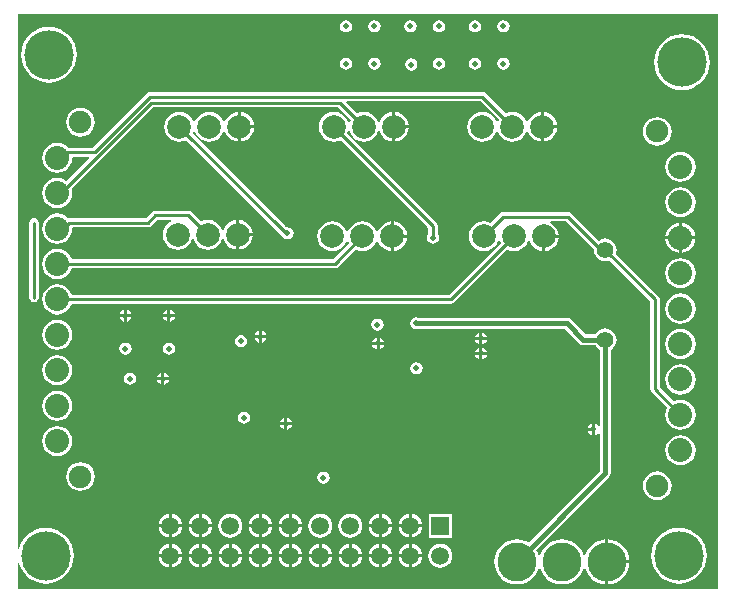
<source format=gbl>
G04*
G04 #@! TF.GenerationSoftware,Altium Limited,Altium Designer,20.0.9 (164)*
G04*
G04 Layer_Physical_Order=2*
G04 Layer_Color=16711680*
%FSLAX25Y25*%
%MOIN*%
G70*
G01*
G75*
%ADD12C,0.01000*%
%ADD40C,0.01500*%
%ADD41C,0.05512*%
%ADD42C,0.07874*%
%ADD43C,0.13000*%
%ADD44C,0.16500*%
%ADD45C,0.05906*%
%ADD46R,0.05906X0.05906*%
%ADD47C,0.07500*%
%ADD48C,0.08000*%
%ADD49C,0.02000*%
G36*
X234971Y1529D02*
X1529D01*
Y10133D01*
X2029Y10207D01*
X2413Y8943D01*
X3272Y7336D01*
X4428Y5928D01*
X5836Y4772D01*
X7443Y3913D01*
X9187Y3384D01*
X11000Y3205D01*
X12813Y3384D01*
X14557Y3913D01*
X16164Y4772D01*
X17572Y5928D01*
X18728Y7336D01*
X19587Y8943D01*
X20116Y10687D01*
X20295Y12500D01*
X20116Y14313D01*
X19587Y16057D01*
X18728Y17664D01*
X17572Y19072D01*
X16164Y20228D01*
X14557Y21087D01*
X12813Y21616D01*
X11000Y21795D01*
X9187Y21616D01*
X7443Y21087D01*
X5836Y20228D01*
X4428Y19072D01*
X3272Y17664D01*
X2413Y16057D01*
X2029Y14793D01*
X1529Y14867D01*
Y192971D01*
X234971D01*
Y1529D01*
D02*
G37*
%LPC*%
G36*
X163500Y191039D02*
X162720Y190884D01*
X162058Y190442D01*
X161616Y189780D01*
X161461Y189000D01*
X161616Y188220D01*
X162058Y187558D01*
X162720Y187116D01*
X163500Y186961D01*
X164280Y187116D01*
X164942Y187558D01*
X165384Y188220D01*
X165539Y189000D01*
X165384Y189780D01*
X164942Y190442D01*
X164280Y190884D01*
X163500Y191039D01*
D02*
G37*
G36*
X154000D02*
X153220Y190884D01*
X152558Y190442D01*
X152116Y189780D01*
X151961Y189000D01*
X152116Y188220D01*
X152558Y187558D01*
X153220Y187116D01*
X154000Y186961D01*
X154780Y187116D01*
X155442Y187558D01*
X155884Y188220D01*
X156039Y189000D01*
X155884Y189780D01*
X155442Y190442D01*
X154780Y190884D01*
X154000Y191039D01*
D02*
G37*
G36*
X142000D02*
X141220Y190884D01*
X140558Y190442D01*
X140116Y189780D01*
X139961Y189000D01*
X140116Y188220D01*
X140558Y187558D01*
X141220Y187116D01*
X142000Y186961D01*
X142780Y187116D01*
X143442Y187558D01*
X143884Y188220D01*
X144039Y189000D01*
X143884Y189780D01*
X143442Y190442D01*
X142780Y190884D01*
X142000Y191039D01*
D02*
G37*
G36*
X132500D02*
X131720Y190884D01*
X131058Y190442D01*
X130616Y189780D01*
X130461Y189000D01*
X130616Y188220D01*
X131058Y187558D01*
X131720Y187116D01*
X132500Y186961D01*
X133280Y187116D01*
X133942Y187558D01*
X134384Y188220D01*
X134539Y189000D01*
X134384Y189780D01*
X133942Y190442D01*
X133280Y190884D01*
X132500Y191039D01*
D02*
G37*
G36*
X120500D02*
X119720Y190884D01*
X119058Y190442D01*
X118616Y189780D01*
X118461Y189000D01*
X118616Y188220D01*
X119058Y187558D01*
X119720Y187116D01*
X120500Y186961D01*
X121280Y187116D01*
X121942Y187558D01*
X122384Y188220D01*
X122539Y189000D01*
X122384Y189780D01*
X121942Y190442D01*
X121280Y190884D01*
X120500Y191039D01*
D02*
G37*
G36*
X111000D02*
X110220Y190884D01*
X109558Y190442D01*
X109116Y189780D01*
X108961Y189000D01*
X109116Y188220D01*
X109558Y187558D01*
X110220Y187116D01*
X111000Y186961D01*
X111780Y187116D01*
X112442Y187558D01*
X112884Y188220D01*
X113039Y189000D01*
X112884Y189780D01*
X112442Y190442D01*
X111780Y190884D01*
X111000Y191039D01*
D02*
G37*
G36*
X163500Y178539D02*
X162720Y178384D01*
X162058Y177942D01*
X161616Y177280D01*
X161461Y176500D01*
X161616Y175720D01*
X162058Y175058D01*
X162720Y174616D01*
X163500Y174461D01*
X164280Y174616D01*
X164942Y175058D01*
X165384Y175720D01*
X165539Y176500D01*
X165384Y177280D01*
X164942Y177942D01*
X164280Y178384D01*
X163500Y178539D01*
D02*
G37*
G36*
X154000D02*
X153220Y178384D01*
X152558Y177942D01*
X152116Y177280D01*
X151961Y176500D01*
X152116Y175720D01*
X152558Y175058D01*
X153220Y174616D01*
X154000Y174461D01*
X154780Y174616D01*
X155442Y175058D01*
X155884Y175720D01*
X156039Y176500D01*
X155884Y177280D01*
X155442Y177942D01*
X154780Y178384D01*
X154000Y178539D01*
D02*
G37*
G36*
X142000D02*
X141220Y178384D01*
X140558Y177942D01*
X140116Y177280D01*
X139961Y176500D01*
X140116Y175720D01*
X140558Y175058D01*
X141220Y174616D01*
X142000Y174461D01*
X142780Y174616D01*
X143442Y175058D01*
X143884Y175720D01*
X144039Y176500D01*
X143884Y177280D01*
X143442Y177942D01*
X142780Y178384D01*
X142000Y178539D01*
D02*
G37*
G36*
X120500D02*
X119720Y178384D01*
X119058Y177942D01*
X118616Y177280D01*
X118461Y176500D01*
X118616Y175720D01*
X119058Y175058D01*
X119720Y174616D01*
X120500Y174461D01*
X121280Y174616D01*
X121942Y175058D01*
X122384Y175720D01*
X122539Y176500D01*
X122384Y177280D01*
X121942Y177942D01*
X121280Y178384D01*
X120500Y178539D01*
D02*
G37*
G36*
X111000D02*
X110220Y178384D01*
X109558Y177942D01*
X109116Y177280D01*
X108961Y176500D01*
X109116Y175720D01*
X109558Y175058D01*
X110220Y174616D01*
X111000Y174461D01*
X111780Y174616D01*
X112442Y175058D01*
X112884Y175720D01*
X113039Y176500D01*
X112884Y177280D01*
X112442Y177942D01*
X111780Y178384D01*
X111000Y178539D01*
D02*
G37*
G36*
X132768Y178271D02*
X131987Y178116D01*
X131326Y177674D01*
X130884Y177013D01*
X130729Y176232D01*
X130884Y175452D01*
X131326Y174790D01*
X131987Y174348D01*
X132768Y174193D01*
X133548Y174348D01*
X134210Y174790D01*
X134652Y175452D01*
X134807Y176232D01*
X134652Y177013D01*
X134210Y177674D01*
X133548Y178116D01*
X132768Y178271D01*
D02*
G37*
G36*
X12000Y188795D02*
X10187Y188616D01*
X8443Y188087D01*
X6836Y187228D01*
X5428Y186072D01*
X4272Y184664D01*
X3413Y183057D01*
X2884Y181313D01*
X2705Y179500D01*
X2884Y177687D01*
X3413Y175943D01*
X4272Y174336D01*
X5428Y172928D01*
X6836Y171772D01*
X8443Y170913D01*
X10187Y170384D01*
X12000Y170205D01*
X13813Y170384D01*
X15557Y170913D01*
X17164Y171772D01*
X18572Y172928D01*
X19728Y174336D01*
X20587Y175943D01*
X21116Y177687D01*
X21295Y179500D01*
X21116Y181313D01*
X20587Y183057D01*
X19728Y184664D01*
X18572Y186072D01*
X17164Y187228D01*
X15557Y188087D01*
X13813Y188616D01*
X12000Y188795D01*
D02*
G37*
G36*
X223000Y186295D02*
X221187Y186116D01*
X219443Y185587D01*
X217836Y184728D01*
X216428Y183572D01*
X215272Y182164D01*
X214413Y180557D01*
X213884Y178813D01*
X213705Y177000D01*
X213884Y175187D01*
X214413Y173443D01*
X215272Y171836D01*
X216428Y170428D01*
X217836Y169272D01*
X219443Y168413D01*
X221187Y167884D01*
X223000Y167705D01*
X224813Y167884D01*
X226557Y168413D01*
X228164Y169272D01*
X229572Y170428D01*
X230728Y171836D01*
X231587Y173443D01*
X232116Y175187D01*
X232295Y177000D01*
X232116Y178813D01*
X231587Y180557D01*
X230728Y182164D01*
X229572Y183572D01*
X228164Y184728D01*
X226557Y185587D01*
X224813Y186116D01*
X223000Y186295D01*
D02*
G37*
G36*
X156500Y167029D02*
X45804D01*
X45219Y166913D01*
X44723Y166581D01*
X26671Y148529D01*
X18522D01*
X18349Y148755D01*
X17305Y149556D01*
X16089Y150060D01*
X14783Y150232D01*
X13478Y150060D01*
X12262Y149556D01*
X11217Y148755D01*
X10416Y147710D01*
X9912Y146494D01*
X9740Y145189D01*
X9912Y143884D01*
X10416Y142667D01*
X11217Y141623D01*
X12262Y140821D01*
X13478Y140317D01*
X14783Y140146D01*
X16089Y140317D01*
X17305Y140821D01*
X18349Y141623D01*
X19151Y142667D01*
X19655Y143884D01*
X19827Y145189D01*
X20074Y145471D01*
X25221D01*
X25413Y145009D01*
X17783Y137379D01*
X17305Y137745D01*
X16089Y138249D01*
X14783Y138421D01*
X13478Y138249D01*
X12262Y137745D01*
X11217Y136944D01*
X10416Y135899D01*
X9912Y134683D01*
X9740Y133378D01*
X9912Y132072D01*
X10416Y130856D01*
X11217Y129812D01*
X12262Y129010D01*
X13478Y128507D01*
X14783Y128335D01*
X16089Y128507D01*
X17305Y129010D01*
X18349Y129812D01*
X19151Y130856D01*
X19655Y132072D01*
X19827Y133378D01*
X19655Y134683D01*
X19584Y134854D01*
X46701Y161971D01*
X108367D01*
X112588Y157749D01*
X112271Y156983D01*
X111729D01*
X111312Y157990D01*
X110521Y159021D01*
X109490Y159812D01*
X108289Y160310D01*
X107000Y160480D01*
X105711Y160310D01*
X104510Y159812D01*
X103479Y159021D01*
X102688Y157990D01*
X102190Y156789D01*
X102020Y155500D01*
X102190Y154211D01*
X102688Y153010D01*
X103479Y151979D01*
X104510Y151188D01*
X105711Y150690D01*
X107000Y150520D01*
X108289Y150690D01*
X109249Y151088D01*
X138471Y121867D01*
Y119811D01*
X138116Y119280D01*
X137961Y118500D01*
X138116Y117720D01*
X138558Y117058D01*
X139220Y116616D01*
X140000Y116461D01*
X140780Y116616D01*
X141442Y117058D01*
X141884Y117720D01*
X142039Y118500D01*
X141884Y119280D01*
X141529Y119811D01*
Y122500D01*
X141413Y123085D01*
X141081Y123581D01*
X111412Y153251D01*
X111729Y154017D01*
X112271D01*
X112688Y153010D01*
X113479Y151979D01*
X114510Y151188D01*
X115711Y150690D01*
X117000Y150520D01*
X118289Y150690D01*
X119490Y151188D01*
X120521Y151979D01*
X121312Y153010D01*
X121729Y154017D01*
X122271D01*
X122687Y153010D01*
X123479Y151979D01*
X124510Y151188D01*
X125711Y150690D01*
X126500Y150586D01*
Y155500D01*
Y160414D01*
X125711Y160310D01*
X124510Y159812D01*
X123479Y159021D01*
X122687Y157990D01*
X122271Y156983D01*
X121729D01*
X121312Y157990D01*
X120521Y159021D01*
X119490Y159812D01*
X118289Y160310D01*
X117000Y160480D01*
X115711Y160310D01*
X114751Y159912D01*
X111154Y163509D01*
X111346Y163971D01*
X155867D01*
X162088Y157749D01*
X161771Y156983D01*
X161229D01*
X160812Y157990D01*
X160021Y159021D01*
X158990Y159812D01*
X157789Y160310D01*
X156500Y160480D01*
X155211Y160310D01*
X154010Y159812D01*
X152979Y159021D01*
X152188Y157990D01*
X151690Y156789D01*
X151520Y155500D01*
X151690Y154211D01*
X152188Y153010D01*
X152979Y151979D01*
X154010Y151188D01*
X155211Y150690D01*
X156500Y150520D01*
X157789Y150690D01*
X158990Y151188D01*
X160021Y151979D01*
X160812Y153010D01*
X161229Y154017D01*
X161771D01*
X162188Y153010D01*
X162979Y151979D01*
X164010Y151188D01*
X165211Y150690D01*
X166500Y150520D01*
X167789Y150690D01*
X168990Y151188D01*
X170021Y151979D01*
X170812Y153010D01*
X171229Y154017D01*
X171771D01*
X172187Y153010D01*
X172979Y151979D01*
X174010Y151188D01*
X175211Y150690D01*
X176000Y150586D01*
Y155500D01*
Y160414D01*
X175211Y160310D01*
X174010Y159812D01*
X172979Y159021D01*
X172187Y157990D01*
X171771Y156983D01*
X171229D01*
X170812Y157990D01*
X170021Y159021D01*
X168990Y159812D01*
X167789Y160310D01*
X166500Y160480D01*
X165211Y160310D01*
X164251Y159912D01*
X157581Y166581D01*
X157085Y166913D01*
X156500Y167029D01*
D02*
G37*
G36*
X65500Y160480D02*
X64211Y160310D01*
X63010Y159812D01*
X61979Y159021D01*
X61187Y157990D01*
X60771Y156983D01*
X60229D01*
X59812Y157990D01*
X59021Y159021D01*
X57990Y159812D01*
X56789Y160310D01*
X55500Y160480D01*
X54211Y160310D01*
X53010Y159812D01*
X51979Y159021D01*
X51187Y157990D01*
X50690Y156789D01*
X50520Y155500D01*
X50690Y154211D01*
X51187Y153010D01*
X51979Y151979D01*
X53010Y151188D01*
X54211Y150690D01*
X55500Y150520D01*
X56789Y150690D01*
X57749Y151088D01*
X89616Y119221D01*
X89616Y119220D01*
X90058Y118558D01*
X90720Y118116D01*
X91500Y117961D01*
X92280Y118116D01*
X92942Y118558D01*
X93384Y119220D01*
X93539Y120000D01*
X93384Y120780D01*
X92942Y121442D01*
X92280Y121884D01*
X91500Y122039D01*
X91186Y121977D01*
X59912Y153251D01*
X60229Y154017D01*
X60771D01*
X61187Y153010D01*
X61979Y151979D01*
X63010Y151188D01*
X64211Y150690D01*
X65500Y150520D01*
X66789Y150690D01*
X67990Y151188D01*
X69021Y151979D01*
X69813Y153010D01*
X70229Y154017D01*
X70771D01*
X71188Y153010D01*
X71979Y151979D01*
X73010Y151188D01*
X74211Y150690D01*
X75000Y150586D01*
Y155500D01*
Y160414D01*
X74211Y160310D01*
X73010Y159812D01*
X71979Y159021D01*
X71188Y157990D01*
X70771Y156983D01*
X70229D01*
X69813Y157990D01*
X69021Y159021D01*
X67990Y159812D01*
X66789Y160310D01*
X65500Y160480D01*
D02*
G37*
G36*
X177000Y160414D02*
Y156000D01*
X181414D01*
X181310Y156789D01*
X180813Y157990D01*
X180021Y159021D01*
X178990Y159812D01*
X177789Y160310D01*
X177000Y160414D01*
D02*
G37*
G36*
X127500D02*
Y156000D01*
X131914D01*
X131810Y156789D01*
X131313Y157990D01*
X130521Y159021D01*
X129490Y159812D01*
X128289Y160310D01*
X127500Y160414D01*
D02*
G37*
G36*
X76000D02*
Y156000D01*
X80414D01*
X80310Y156789D01*
X79813Y157990D01*
X79021Y159021D01*
X77990Y159812D01*
X76789Y160310D01*
X76000Y160414D01*
D02*
G37*
G36*
X22500Y161791D02*
X21260Y161628D01*
X20105Y161149D01*
X19112Y160388D01*
X18351Y159396D01*
X17872Y158240D01*
X17709Y157000D01*
X17872Y155760D01*
X18351Y154604D01*
X19112Y153612D01*
X20105Y152851D01*
X21260Y152372D01*
X22500Y152209D01*
X23740Y152372D01*
X24895Y152851D01*
X25888Y153612D01*
X26649Y154604D01*
X27128Y155760D01*
X27291Y157000D01*
X27128Y158240D01*
X26649Y159396D01*
X25888Y160388D01*
X24895Y161149D01*
X23740Y161628D01*
X22500Y161791D01*
D02*
G37*
G36*
X181414Y155000D02*
X177000D01*
Y150586D01*
X177789Y150690D01*
X178990Y151188D01*
X180021Y151979D01*
X180813Y153010D01*
X181310Y154211D01*
X181414Y155000D01*
D02*
G37*
G36*
X131914D02*
X127500D01*
Y150586D01*
X128289Y150690D01*
X129490Y151188D01*
X130521Y151979D01*
X131313Y153010D01*
X131810Y154211D01*
X131914Y155000D01*
D02*
G37*
G36*
X80414D02*
X76000D01*
Y150586D01*
X76789Y150690D01*
X77990Y151188D01*
X79021Y151979D01*
X79813Y153010D01*
X80310Y154211D01*
X80414Y155000D01*
D02*
G37*
G36*
X214783Y158724D02*
X213543Y158561D01*
X212388Y158082D01*
X211396Y157321D01*
X210634Y156328D01*
X210156Y155173D01*
X209992Y153933D01*
X210156Y152693D01*
X210634Y151538D01*
X211396Y150545D01*
X212388Y149784D01*
X213543Y149305D01*
X214783Y149142D01*
X216023Y149305D01*
X217179Y149784D01*
X218171Y150545D01*
X218933Y151538D01*
X219411Y152693D01*
X219574Y153933D01*
X219411Y155173D01*
X218933Y156328D01*
X218171Y157321D01*
X217179Y158082D01*
X216023Y158561D01*
X214783Y158724D01*
D02*
G37*
G36*
X222500Y147165D02*
X221195Y146993D01*
X219978Y146490D01*
X218934Y145688D01*
X218132Y144644D01*
X217629Y143427D01*
X217457Y142122D01*
X217629Y140817D01*
X218132Y139600D01*
X218934Y138556D01*
X219978Y137754D01*
X221195Y137251D01*
X222500Y137079D01*
X223805Y137251D01*
X225022Y137754D01*
X226066Y138556D01*
X226868Y139600D01*
X227371Y140817D01*
X227543Y142122D01*
X227371Y143427D01*
X226868Y144644D01*
X226066Y145688D01*
X225022Y146490D01*
X223805Y146993D01*
X222500Y147165D01*
D02*
G37*
G36*
Y135354D02*
X221195Y135182D01*
X219978Y134678D01*
X218934Y133877D01*
X218132Y132833D01*
X217629Y131616D01*
X217457Y130311D01*
X217629Y129006D01*
X218132Y127789D01*
X218934Y126745D01*
X219978Y125944D01*
X221195Y125440D01*
X222500Y125268D01*
X223805Y125440D01*
X225022Y125944D01*
X226066Y126745D01*
X226868Y127789D01*
X227371Y129006D01*
X227543Y130311D01*
X227371Y131616D01*
X226868Y132833D01*
X226066Y133877D01*
X225022Y134678D01*
X223805Y135182D01*
X222500Y135354D01*
D02*
G37*
G36*
X58500Y127529D02*
X47500D01*
X46915Y127413D01*
X46419Y127081D01*
X44366Y125029D01*
X18611D01*
X18453Y124998D01*
X18349Y125133D01*
X17305Y125934D01*
X16089Y126438D01*
X14783Y126610D01*
X13478Y126438D01*
X12262Y125934D01*
X11217Y125133D01*
X10416Y124088D01*
X9912Y122872D01*
X9740Y121567D01*
X9912Y120262D01*
X10416Y119045D01*
X11217Y118001D01*
X12262Y117199D01*
X13478Y116695D01*
X14783Y116524D01*
X16089Y116695D01*
X17305Y117199D01*
X18349Y118001D01*
X19151Y119045D01*
X19655Y120262D01*
X19827Y121567D01*
X19823Y121595D01*
X20153Y121971D01*
X45000D01*
X45585Y122087D01*
X46081Y122419D01*
X48134Y124471D01*
X52793D01*
X52892Y123971D01*
X52510Y123812D01*
X51479Y123021D01*
X50687Y121990D01*
X50190Y120789D01*
X50020Y119500D01*
X50190Y118211D01*
X50687Y117010D01*
X51479Y115979D01*
X52510Y115188D01*
X53711Y114690D01*
X55000Y114520D01*
X56289Y114690D01*
X57490Y115188D01*
X58521Y115979D01*
X59312Y117010D01*
X59729Y118017D01*
X60271D01*
X60688Y117010D01*
X61479Y115979D01*
X62510Y115188D01*
X63711Y114690D01*
X65000Y114520D01*
X66289Y114690D01*
X67490Y115188D01*
X68521Y115979D01*
X69313Y117010D01*
X69729Y118017D01*
X70271D01*
X70688Y117010D01*
X71479Y115979D01*
X72510Y115188D01*
X73711Y114690D01*
X74500Y114586D01*
Y119500D01*
Y124414D01*
X73711Y124310D01*
X72510Y123812D01*
X71479Y123021D01*
X70688Y121990D01*
X70271Y120983D01*
X69729D01*
X69313Y121990D01*
X68521Y123021D01*
X67490Y123812D01*
X66289Y124310D01*
X65000Y124480D01*
X63711Y124310D01*
X62751Y123912D01*
X59581Y127081D01*
X59085Y127413D01*
X58500Y127529D01*
D02*
G37*
G36*
X185000Y127029D02*
X163500D01*
X162915Y126913D01*
X162419Y126581D01*
X159249Y123412D01*
X158289Y123810D01*
X157000Y123980D01*
X155711Y123810D01*
X154510Y123312D01*
X153479Y122521D01*
X152688Y121490D01*
X152190Y120289D01*
X152020Y119000D01*
X152190Y117711D01*
X152688Y116510D01*
X153479Y115479D01*
X154510Y114688D01*
X155711Y114190D01*
X157000Y114020D01*
X158289Y114190D01*
X159490Y114688D01*
X160521Y115479D01*
X161312Y116510D01*
X161729Y117517D01*
X162271D01*
X162588Y116751D01*
X145367Y99529D01*
X19539D01*
X19151Y100466D01*
X18349Y101511D01*
X17305Y102312D01*
X16089Y102816D01*
X14783Y102988D01*
X13478Y102816D01*
X12262Y102312D01*
X11217Y101511D01*
X10416Y100466D01*
X9912Y99250D01*
X9740Y97945D01*
X9912Y96640D01*
X10416Y95423D01*
X11217Y94379D01*
X12262Y93577D01*
X13478Y93073D01*
X14783Y92902D01*
X16089Y93073D01*
X17305Y93577D01*
X18349Y94379D01*
X19151Y95423D01*
X19585Y96471D01*
X146000D01*
X146585Y96587D01*
X147081Y96919D01*
X164751Y114588D01*
X165711Y114190D01*
X167000Y114020D01*
X168289Y114190D01*
X169490Y114688D01*
X170521Y115479D01*
X171312Y116510D01*
X171729Y117517D01*
X172271D01*
X172687Y116510D01*
X173479Y115479D01*
X174510Y114688D01*
X175711Y114190D01*
X176500Y114086D01*
Y119000D01*
X177000D01*
Y119500D01*
X181914D01*
X181810Y120289D01*
X181313Y121490D01*
X180521Y122521D01*
X179490Y123312D01*
X179108Y123471D01*
X179208Y123971D01*
X184367D01*
X193726Y114611D01*
X193712Y114500D01*
X193841Y113520D01*
X194219Y112606D01*
X194821Y111821D01*
X195606Y111219D01*
X196519Y110841D01*
X197500Y110712D01*
X198480Y110841D01*
X198845Y110992D01*
X212471Y97366D01*
Y68000D01*
X212587Y67415D01*
X212919Y66919D01*
X218056Y61781D01*
X217629Y60750D01*
X217457Y59445D01*
X217629Y58139D01*
X218132Y56923D01*
X218934Y55879D01*
X219978Y55077D01*
X221195Y54574D01*
X222500Y54402D01*
X223805Y54574D01*
X225022Y55077D01*
X226066Y55879D01*
X226868Y56923D01*
X227371Y58139D01*
X227543Y59445D01*
X227371Y60750D01*
X226868Y61966D01*
X226066Y63011D01*
X225022Y63812D01*
X223805Y64316D01*
X222500Y64488D01*
X221195Y64316D01*
X220242Y63921D01*
X215529Y68634D01*
Y98000D01*
X215413Y98585D01*
X215081Y99081D01*
X201008Y113155D01*
X201159Y113520D01*
X201288Y114500D01*
X201159Y115480D01*
X200781Y116394D01*
X200179Y117179D01*
X199394Y117781D01*
X198480Y118159D01*
X197500Y118288D01*
X196519Y118159D01*
X195606Y117781D01*
X195196Y117467D01*
X186081Y126581D01*
X185585Y126913D01*
X185000Y127029D01*
D02*
G37*
G36*
X116500Y123980D02*
X115211Y123810D01*
X114010Y123312D01*
X112979Y122521D01*
X112188Y121490D01*
X111771Y120483D01*
X111229D01*
X110812Y121490D01*
X110021Y122521D01*
X108990Y123312D01*
X107789Y123810D01*
X106500Y123980D01*
X105211Y123810D01*
X104010Y123312D01*
X102979Y122521D01*
X102188Y121490D01*
X101690Y120289D01*
X101520Y119000D01*
X101690Y117711D01*
X102188Y116510D01*
X102979Y115479D01*
X104010Y114688D01*
X105211Y114190D01*
X106500Y114020D01*
X107789Y114190D01*
X108990Y114688D01*
X110021Y115479D01*
X110812Y116510D01*
X111229Y117517D01*
X111771D01*
X112088Y116751D01*
X106677Y111340D01*
X19539D01*
X19151Y112277D01*
X18349Y113322D01*
X17305Y114123D01*
X16089Y114627D01*
X14783Y114799D01*
X13478Y114627D01*
X12262Y114123D01*
X11217Y113322D01*
X10416Y112277D01*
X9912Y111061D01*
X9740Y109756D01*
X9912Y108450D01*
X10416Y107234D01*
X11217Y106190D01*
X12262Y105388D01*
X13478Y104885D01*
X14783Y104713D01*
X16089Y104885D01*
X17305Y105388D01*
X18349Y106190D01*
X19151Y107234D01*
X19585Y108282D01*
X107311D01*
X107896Y108398D01*
X108392Y108730D01*
X114251Y114588D01*
X115211Y114190D01*
X116500Y114020D01*
X117789Y114190D01*
X118990Y114688D01*
X120021Y115479D01*
X120812Y116510D01*
X121229Y117517D01*
X121771D01*
X122187Y116510D01*
X122979Y115479D01*
X124010Y114688D01*
X125211Y114190D01*
X126000Y114086D01*
Y119000D01*
Y123914D01*
X125211Y123810D01*
X124010Y123312D01*
X122979Y122521D01*
X122187Y121490D01*
X121771Y120483D01*
X121229D01*
X120812Y121490D01*
X120021Y122521D01*
X118990Y123312D01*
X117789Y123810D01*
X116500Y123980D01*
D02*
G37*
G36*
X75500Y124414D02*
Y120000D01*
X79914D01*
X79810Y120789D01*
X79312Y121990D01*
X78521Y123021D01*
X77490Y123812D01*
X76289Y124310D01*
X75500Y124414D01*
D02*
G37*
G36*
X127000Y123914D02*
Y119500D01*
X131414D01*
X131310Y120289D01*
X130813Y121490D01*
X130021Y122521D01*
X128990Y123312D01*
X127789Y123810D01*
X127000Y123914D01*
D02*
G37*
G36*
X223000Y123477D02*
Y119000D01*
X227477D01*
X227371Y119805D01*
X226868Y121022D01*
X226066Y122066D01*
X225022Y122868D01*
X223805Y123371D01*
X223000Y123477D01*
D02*
G37*
G36*
X222000D02*
X221195Y123371D01*
X219978Y122868D01*
X218934Y122066D01*
X218132Y121022D01*
X217629Y119805D01*
X217523Y119000D01*
X222000D01*
Y123477D01*
D02*
G37*
G36*
X79914Y119000D02*
X75500D01*
Y114586D01*
X76289Y114690D01*
X77490Y115188D01*
X78521Y115979D01*
X79312Y117010D01*
X79810Y118211D01*
X79914Y119000D01*
D02*
G37*
G36*
X181914Y118500D02*
X177500D01*
Y114086D01*
X178289Y114190D01*
X179490Y114688D01*
X180521Y115479D01*
X181313Y116510D01*
X181810Y117711D01*
X181914Y118500D01*
D02*
G37*
G36*
X131414D02*
X127000D01*
Y114086D01*
X127789Y114190D01*
X128990Y114688D01*
X130021Y115479D01*
X130813Y116510D01*
X131310Y117711D01*
X131414Y118500D01*
D02*
G37*
G36*
X227477Y118000D02*
X223000D01*
Y113523D01*
X223805Y113629D01*
X225022Y114132D01*
X226066Y114934D01*
X226868Y115978D01*
X227371Y117195D01*
X227477Y118000D01*
D02*
G37*
G36*
X222000D02*
X217523D01*
X217629Y117195D01*
X218132Y115978D01*
X218934Y114934D01*
X219978Y114132D01*
X221195Y113629D01*
X222000Y113523D01*
Y118000D01*
D02*
G37*
G36*
X222500Y111732D02*
X221195Y111560D01*
X219978Y111056D01*
X218934Y110255D01*
X218132Y109211D01*
X217629Y107994D01*
X217457Y106689D01*
X217629Y105384D01*
X218132Y104167D01*
X218934Y103123D01*
X219978Y102322D01*
X221195Y101818D01*
X222500Y101646D01*
X223805Y101818D01*
X225022Y102322D01*
X226066Y103123D01*
X226868Y104167D01*
X227371Y105384D01*
X227543Y106689D01*
X227371Y107994D01*
X226868Y109211D01*
X226066Y110255D01*
X225022Y111056D01*
X223805Y111560D01*
X222500Y111732D01*
D02*
G37*
G36*
X7000Y125029D02*
X6415Y124913D01*
X5919Y124581D01*
X5587Y124085D01*
X5471Y123500D01*
Y98516D01*
X5587Y97930D01*
X5919Y97434D01*
X6415Y97103D01*
X7000Y96986D01*
X7585Y97103D01*
X8081Y97434D01*
X8413Y97930D01*
X8529Y98516D01*
Y123500D01*
X8413Y124085D01*
X8081Y124581D01*
X7585Y124913D01*
X7000Y125029D01*
D02*
G37*
G36*
X52500Y94440D02*
Y93000D01*
X53940D01*
X53884Y93280D01*
X53442Y93942D01*
X52780Y94384D01*
X52500Y94440D01*
D02*
G37*
G36*
X51500D02*
X51220Y94384D01*
X50558Y93942D01*
X50116Y93280D01*
X50060Y93000D01*
X51500D01*
Y94440D01*
D02*
G37*
G36*
X38000D02*
Y93000D01*
X39440D01*
X39384Y93280D01*
X38942Y93942D01*
X38280Y94384D01*
X38000Y94440D01*
D02*
G37*
G36*
X37000D02*
X36720Y94384D01*
X36058Y93942D01*
X35616Y93280D01*
X35560Y93000D01*
X37000D01*
Y94440D01*
D02*
G37*
G36*
X53940Y92000D02*
X52500D01*
Y90560D01*
X52780Y90616D01*
X53442Y91058D01*
X53884Y91720D01*
X53940Y92000D01*
D02*
G37*
G36*
X51500D02*
X50060D01*
X50116Y91720D01*
X50558Y91058D01*
X51220Y90616D01*
X51500Y90560D01*
Y92000D01*
D02*
G37*
G36*
X39440D02*
X38000D01*
Y90560D01*
X38280Y90616D01*
X38942Y91058D01*
X39384Y91720D01*
X39440Y92000D01*
D02*
G37*
G36*
X37000D02*
X35560D01*
X35616Y91720D01*
X36058Y91058D01*
X36720Y90616D01*
X37000Y90560D01*
Y92000D01*
D02*
G37*
G36*
X222500Y99921D02*
X221195Y99749D01*
X219978Y99246D01*
X218934Y98444D01*
X218132Y97400D01*
X217629Y96183D01*
X217457Y94878D01*
X217629Y93573D01*
X218132Y92356D01*
X218934Y91312D01*
X219978Y90510D01*
X221195Y90007D01*
X222500Y89835D01*
X223805Y90007D01*
X225022Y90510D01*
X226066Y91312D01*
X226868Y92356D01*
X227371Y93573D01*
X227543Y94878D01*
X227371Y96183D01*
X226868Y97400D01*
X226066Y98444D01*
X225022Y99246D01*
X223805Y99749D01*
X222500Y99921D01*
D02*
G37*
G36*
X121500Y91539D02*
X120720Y91384D01*
X120058Y90942D01*
X119616Y90280D01*
X119461Y89500D01*
X119616Y88720D01*
X120058Y88058D01*
X120720Y87616D01*
X121500Y87461D01*
X122280Y87616D01*
X122942Y88058D01*
X123384Y88720D01*
X123539Y89500D01*
X123384Y90280D01*
X122942Y90942D01*
X122280Y91384D01*
X121500Y91539D01*
D02*
G37*
G36*
X83000Y87440D02*
Y86000D01*
X84440D01*
X84384Y86280D01*
X83942Y86942D01*
X83280Y87384D01*
X83000Y87440D01*
D02*
G37*
G36*
X82000D02*
X81720Y87384D01*
X81058Y86942D01*
X80616Y86280D01*
X80560Y86000D01*
X82000D01*
Y87440D01*
D02*
G37*
G36*
X156500Y86940D02*
Y85500D01*
X157940D01*
X157884Y85780D01*
X157442Y86442D01*
X156780Y86884D01*
X156500Y86940D01*
D02*
G37*
G36*
X155500D02*
X155220Y86884D01*
X154558Y86442D01*
X154116Y85780D01*
X154060Y85500D01*
X155500D01*
Y86940D01*
D02*
G37*
G36*
X122205Y85235D02*
Y83795D01*
X123644D01*
X123589Y84076D01*
X123147Y84737D01*
X122485Y85179D01*
X122205Y85235D01*
D02*
G37*
G36*
X121205D02*
X120924Y85179D01*
X120263Y84737D01*
X119821Y84076D01*
X119765Y83795D01*
X121205D01*
Y85235D01*
D02*
G37*
G36*
X84440Y85000D02*
X83000D01*
Y83560D01*
X83280Y83616D01*
X83942Y84058D01*
X84384Y84720D01*
X84440Y85000D01*
D02*
G37*
G36*
X82000D02*
X80560D01*
X80616Y84720D01*
X81058Y84058D01*
X81720Y83616D01*
X82000Y83560D01*
Y85000D01*
D02*
G37*
G36*
X157940Y84500D02*
X156500D01*
Y83060D01*
X156780Y83116D01*
X157442Y83558D01*
X157884Y84220D01*
X157940Y84500D01*
D02*
G37*
G36*
X155500D02*
X154060D01*
X154116Y84220D01*
X154558Y83558D01*
X155220Y83116D01*
X155500Y83060D01*
Y84500D01*
D02*
G37*
G36*
X76052Y86091D02*
X75272Y85936D01*
X74610Y85494D01*
X74168Y84833D01*
X74013Y84052D01*
X74168Y83272D01*
X74610Y82610D01*
X75272Y82168D01*
X76052Y82013D01*
X76832Y82168D01*
X77494Y82610D01*
X77936Y83272D01*
X78091Y84052D01*
X77936Y84833D01*
X77494Y85494D01*
X76832Y85936D01*
X76052Y86091D01*
D02*
G37*
G36*
X123644Y82795D02*
X122205D01*
Y81356D01*
X122485Y81411D01*
X123147Y81853D01*
X123589Y82515D01*
X123644Y82795D01*
D02*
G37*
G36*
X121205D02*
X119765D01*
X119821Y82515D01*
X120263Y81853D01*
X120924Y81411D01*
X121205Y81356D01*
Y82795D01*
D02*
G37*
G36*
X14783Y91177D02*
X13478Y91005D01*
X12262Y90501D01*
X11217Y89700D01*
X10416Y88655D01*
X9912Y87439D01*
X9740Y86134D01*
X9912Y84829D01*
X10416Y83612D01*
X11217Y82568D01*
X12262Y81766D01*
X13478Y81262D01*
X14783Y81091D01*
X16089Y81262D01*
X17305Y81766D01*
X18349Y82568D01*
X19151Y83612D01*
X19655Y84829D01*
X19827Y86134D01*
X19655Y87439D01*
X19151Y88655D01*
X18349Y89700D01*
X17305Y90501D01*
X16089Y91005D01*
X14783Y91177D01*
D02*
G37*
G36*
X156500Y81940D02*
Y80500D01*
X157940D01*
X157884Y80780D01*
X157442Y81442D01*
X156780Y81884D01*
X156500Y81940D01*
D02*
G37*
G36*
X155500D02*
X155220Y81884D01*
X154558Y81442D01*
X154116Y80780D01*
X154060Y80500D01*
X155500D01*
Y81940D01*
D02*
G37*
G36*
X52000Y83539D02*
X51220Y83384D01*
X50558Y82942D01*
X50116Y82280D01*
X49961Y81500D01*
X50116Y80720D01*
X50558Y80058D01*
X51220Y79616D01*
X52000Y79461D01*
X52780Y79616D01*
X53442Y80058D01*
X53884Y80720D01*
X54039Y81500D01*
X53884Y82280D01*
X53442Y82942D01*
X52780Y83384D01*
X52000Y83539D01*
D02*
G37*
G36*
X37500D02*
X36720Y83384D01*
X36058Y82942D01*
X35616Y82280D01*
X35461Y81500D01*
X35616Y80720D01*
X36058Y80058D01*
X36720Y79616D01*
X37500Y79461D01*
X38280Y79616D01*
X38942Y80058D01*
X39384Y80720D01*
X39539Y81500D01*
X39384Y82280D01*
X38942Y82942D01*
X38280Y83384D01*
X37500Y83539D01*
D02*
G37*
G36*
X157940Y79500D02*
X156500D01*
Y78060D01*
X156780Y78116D01*
X157442Y78558D01*
X157884Y79220D01*
X157940Y79500D01*
D02*
G37*
G36*
X155500D02*
X154060D01*
X154116Y79220D01*
X154558Y78558D01*
X155220Y78116D01*
X155500Y78060D01*
Y79500D01*
D02*
G37*
G36*
X222500Y88110D02*
X221195Y87938D01*
X219978Y87435D01*
X218934Y86633D01*
X218132Y85589D01*
X217629Y84372D01*
X217457Y83067D01*
X217629Y81762D01*
X218132Y80545D01*
X218934Y79501D01*
X219978Y78699D01*
X221195Y78196D01*
X222500Y78024D01*
X223805Y78196D01*
X225022Y78699D01*
X226066Y79501D01*
X226868Y80545D01*
X227371Y81762D01*
X227543Y83067D01*
X227371Y84372D01*
X226868Y85589D01*
X226066Y86633D01*
X225022Y87435D01*
X223805Y87938D01*
X222500Y88110D01*
D02*
G37*
G36*
X134500Y77039D02*
X133720Y76884D01*
X133058Y76442D01*
X132616Y75780D01*
X132461Y75000D01*
X132616Y74220D01*
X133058Y73558D01*
X133720Y73116D01*
X134500Y72961D01*
X135280Y73116D01*
X135942Y73558D01*
X136384Y74220D01*
X136539Y75000D01*
X136384Y75780D01*
X135942Y76442D01*
X135280Y76884D01*
X134500Y77039D01*
D02*
G37*
G36*
X50500Y73440D02*
Y72000D01*
X51940D01*
X51884Y72280D01*
X51442Y72942D01*
X50780Y73384D01*
X50500Y73440D01*
D02*
G37*
G36*
X49500D02*
X49220Y73384D01*
X48558Y72942D01*
X48116Y72280D01*
X48060Y72000D01*
X49500D01*
Y73440D01*
D02*
G37*
G36*
X51940Y71000D02*
X50500D01*
Y69560D01*
X50780Y69616D01*
X51442Y70058D01*
X51884Y70720D01*
X51940Y71000D01*
D02*
G37*
G36*
X49500D02*
X48060D01*
X48116Y70720D01*
X48558Y70058D01*
X49220Y69616D01*
X49500Y69560D01*
Y71000D01*
D02*
G37*
G36*
X39000Y73539D02*
X38220Y73384D01*
X37558Y72942D01*
X37116Y72280D01*
X36961Y71500D01*
X37116Y70720D01*
X37558Y70058D01*
X38220Y69616D01*
X39000Y69461D01*
X39780Y69616D01*
X40442Y70058D01*
X40884Y70720D01*
X41039Y71500D01*
X40884Y72280D01*
X40442Y72942D01*
X39780Y73384D01*
X39000Y73539D01*
D02*
G37*
G36*
X14783Y79366D02*
X13478Y79194D01*
X12262Y78690D01*
X11217Y77889D01*
X10416Y76844D01*
X9912Y75628D01*
X9740Y74323D01*
X9912Y73018D01*
X10416Y71801D01*
X11217Y70757D01*
X12262Y69955D01*
X13478Y69451D01*
X14783Y69280D01*
X16089Y69451D01*
X17305Y69955D01*
X18349Y70757D01*
X19151Y71801D01*
X19655Y73018D01*
X19827Y74323D01*
X19655Y75628D01*
X19151Y76844D01*
X18349Y77889D01*
X17305Y78690D01*
X16089Y79194D01*
X14783Y79366D01*
D02*
G37*
G36*
X222500Y76299D02*
X221195Y76127D01*
X219978Y75624D01*
X218934Y74822D01*
X218132Y73778D01*
X217629Y72561D01*
X217457Y71256D01*
X217629Y69951D01*
X218132Y68734D01*
X218934Y67690D01*
X219978Y66888D01*
X221195Y66385D01*
X222500Y66213D01*
X223805Y66385D01*
X225022Y66888D01*
X226066Y67690D01*
X226868Y68734D01*
X227371Y69951D01*
X227543Y71256D01*
X227371Y72561D01*
X226868Y73778D01*
X226066Y74822D01*
X225022Y75624D01*
X223805Y76127D01*
X222500Y76299D01*
D02*
G37*
G36*
X14783Y67555D02*
X13478Y67383D01*
X12262Y66879D01*
X11217Y66078D01*
X10416Y65033D01*
X9912Y63817D01*
X9740Y62512D01*
X9912Y61207D01*
X10416Y59990D01*
X11217Y58946D01*
X12262Y58144D01*
X13478Y57640D01*
X14783Y57469D01*
X16089Y57640D01*
X17305Y58144D01*
X18349Y58946D01*
X19151Y59990D01*
X19655Y61207D01*
X19827Y62512D01*
X19655Y63817D01*
X19151Y65033D01*
X18349Y66078D01*
X17305Y66879D01*
X16089Y67383D01*
X14783Y67555D01*
D02*
G37*
G36*
X91500Y58440D02*
Y57000D01*
X92940D01*
X92884Y57280D01*
X92442Y57942D01*
X91780Y58384D01*
X91500Y58440D01*
D02*
G37*
G36*
X90500D02*
X90220Y58384D01*
X89558Y57942D01*
X89116Y57280D01*
X89060Y57000D01*
X90500D01*
Y58440D01*
D02*
G37*
G36*
X77000Y60539D02*
X76220Y60384D01*
X75558Y59942D01*
X75116Y59280D01*
X74961Y58500D01*
X75116Y57720D01*
X75558Y57058D01*
X76220Y56616D01*
X77000Y56461D01*
X77780Y56616D01*
X78442Y57058D01*
X78884Y57720D01*
X79039Y58500D01*
X78884Y59280D01*
X78442Y59942D01*
X77780Y60384D01*
X77000Y60539D01*
D02*
G37*
G36*
X134500Y92039D02*
X133720Y91884D01*
X133058Y91442D01*
X132616Y90780D01*
X132461Y90000D01*
X132616Y89220D01*
X133058Y88558D01*
X133720Y88116D01*
X134500Y87961D01*
X135280Y88116D01*
X135430Y88216D01*
X183928D01*
X188905Y83238D01*
X188905Y83238D01*
X189484Y82851D01*
X190167Y82716D01*
X194174D01*
X194219Y82606D01*
X194821Y81821D01*
X195606Y81219D01*
X195716Y81174D01*
Y55763D01*
X195216Y55611D01*
X194942Y56021D01*
X194280Y56463D01*
X194000Y56519D01*
Y54579D01*
Y52639D01*
X194280Y52695D01*
X194942Y53137D01*
X195216Y53547D01*
X195716Y53395D01*
Y40739D01*
X171897Y16921D01*
X170884Y17463D01*
X169470Y17891D01*
X168000Y18036D01*
X166530Y17891D01*
X165116Y17463D01*
X163813Y16766D01*
X162671Y15829D01*
X161734Y14687D01*
X161037Y13384D01*
X160608Y11970D01*
X160464Y10500D01*
X160608Y9030D01*
X161037Y7616D01*
X161734Y6313D01*
X162671Y5171D01*
X163813Y4234D01*
X165116Y3537D01*
X166530Y3108D01*
X168000Y2964D01*
X169470Y3108D01*
X170884Y3537D01*
X172187Y4234D01*
X173329Y5171D01*
X174266Y6313D01*
X174963Y7616D01*
X175239Y8526D01*
X175761D01*
X176037Y7616D01*
X176734Y6313D01*
X177671Y5171D01*
X178813Y4234D01*
X180116Y3537D01*
X181530Y3108D01*
X183000Y2964D01*
X184470Y3108D01*
X185884Y3537D01*
X187187Y4234D01*
X188329Y5171D01*
X189266Y6313D01*
X189963Y7616D01*
X190239Y8526D01*
X190761D01*
X191037Y7616D01*
X191734Y6313D01*
X192671Y5171D01*
X193813Y4234D01*
X195116Y3537D01*
X196530Y3108D01*
X197500Y3013D01*
Y10500D01*
Y17987D01*
X196530Y17891D01*
X195116Y17463D01*
X193813Y16766D01*
X192671Y15829D01*
X191734Y14687D01*
X191037Y13384D01*
X190761Y12474D01*
X190239D01*
X189963Y13384D01*
X189266Y14687D01*
X188329Y15829D01*
X187187Y16766D01*
X185884Y17463D01*
X184470Y17891D01*
X183000Y18036D01*
X181530Y17891D01*
X180116Y17463D01*
X178813Y16766D01*
X177671Y15829D01*
X176734Y14687D01*
X176037Y13384D01*
X175761Y12474D01*
X175239D01*
X174963Y13384D01*
X174421Y14398D01*
X198762Y38738D01*
X199148Y39317D01*
X199284Y40000D01*
Y81174D01*
X199394Y81219D01*
X200179Y81821D01*
X200781Y82606D01*
X201159Y83520D01*
X201288Y84500D01*
X201159Y85480D01*
X200781Y86394D01*
X200179Y87179D01*
X199394Y87781D01*
X198480Y88159D01*
X197500Y88288D01*
X196519Y88159D01*
X195606Y87781D01*
X194821Y87179D01*
X194219Y86394D01*
X194174Y86284D01*
X190906D01*
X185928Y91262D01*
X185350Y91649D01*
X184667Y91784D01*
X135430D01*
X135280Y91884D01*
X134500Y92039D01*
D02*
G37*
G36*
X193000Y56519D02*
X192720Y56463D01*
X192058Y56021D01*
X191616Y55359D01*
X191560Y55079D01*
X193000D01*
Y56519D01*
D02*
G37*
G36*
X92940Y56000D02*
X91500D01*
Y54560D01*
X91780Y54616D01*
X92442Y55058D01*
X92884Y55720D01*
X92940Y56000D01*
D02*
G37*
G36*
X90500D02*
X89060D01*
X89116Y55720D01*
X89558Y55058D01*
X90220Y54616D01*
X90500Y54560D01*
Y56000D01*
D02*
G37*
G36*
X193000Y54079D02*
X191560D01*
X191616Y53798D01*
X192058Y53137D01*
X192720Y52695D01*
X193000Y52639D01*
Y54079D01*
D02*
G37*
G36*
X14783Y55744D02*
X13478Y55572D01*
X12262Y55068D01*
X11217Y54267D01*
X10416Y53222D01*
X9912Y52006D01*
X9740Y50701D01*
X9912Y49395D01*
X10416Y48179D01*
X11217Y47135D01*
X12262Y46333D01*
X13478Y45829D01*
X14783Y45658D01*
X16089Y45829D01*
X17305Y46333D01*
X18349Y47135D01*
X19151Y48179D01*
X19655Y49395D01*
X19827Y50701D01*
X19655Y52006D01*
X19151Y53222D01*
X18349Y54267D01*
X17305Y55068D01*
X16089Y55572D01*
X14783Y55744D01*
D02*
G37*
G36*
X222500Y52677D02*
X221195Y52505D01*
X219978Y52001D01*
X218934Y51200D01*
X218132Y50155D01*
X217629Y48939D01*
X217457Y47634D01*
X217629Y46328D01*
X218132Y45112D01*
X218934Y44068D01*
X219978Y43266D01*
X221195Y42763D01*
X222500Y42591D01*
X223805Y42763D01*
X225022Y43266D01*
X226066Y44068D01*
X226868Y45112D01*
X227371Y46328D01*
X227543Y47634D01*
X227371Y48939D01*
X226868Y50155D01*
X226066Y51200D01*
X225022Y52001D01*
X223805Y52505D01*
X222500Y52677D01*
D02*
G37*
G36*
X103500Y40539D02*
X102720Y40384D01*
X102058Y39942D01*
X101616Y39280D01*
X101461Y38500D01*
X101616Y37720D01*
X102058Y37058D01*
X102720Y36616D01*
X103500Y36461D01*
X104280Y36616D01*
X104942Y37058D01*
X105384Y37720D01*
X105539Y38500D01*
X105384Y39280D01*
X104942Y39942D01*
X104280Y40384D01*
X103500Y40539D01*
D02*
G37*
G36*
X22500Y43681D02*
X21260Y43517D01*
X20105Y43039D01*
X19112Y42277D01*
X18351Y41285D01*
X17872Y40130D01*
X17709Y38890D01*
X17872Y37650D01*
X18351Y36494D01*
X19112Y35502D01*
X20105Y34740D01*
X21260Y34262D01*
X22500Y34099D01*
X23740Y34262D01*
X24895Y34740D01*
X25888Y35502D01*
X26649Y36494D01*
X27128Y37650D01*
X27291Y38890D01*
X27128Y40130D01*
X26649Y41285D01*
X25888Y42277D01*
X24895Y43039D01*
X23740Y43517D01*
X22500Y43681D01*
D02*
G37*
G36*
X214783Y40614D02*
X213543Y40451D01*
X212388Y39972D01*
X211396Y39211D01*
X210634Y38218D01*
X210156Y37063D01*
X209992Y35823D01*
X210156Y34583D01*
X210634Y33427D01*
X211396Y32435D01*
X212388Y31674D01*
X213543Y31195D01*
X214783Y31032D01*
X216023Y31195D01*
X217179Y31674D01*
X218171Y32435D01*
X218933Y33427D01*
X219411Y34583D01*
X219574Y35823D01*
X219411Y37063D01*
X218933Y38218D01*
X218171Y39211D01*
X217179Y39972D01*
X216023Y40451D01*
X214783Y40614D01*
D02*
G37*
G36*
X83000Y26421D02*
Y23000D01*
X86421D01*
X86351Y23532D01*
X85953Y24493D01*
X85319Y25319D01*
X84493Y25953D01*
X83532Y26351D01*
X83000Y26421D01*
D02*
G37*
G36*
X63000D02*
Y23000D01*
X66421D01*
X66351Y23532D01*
X65953Y24493D01*
X65319Y25319D01*
X64493Y25953D01*
X63532Y26351D01*
X63000Y26421D01*
D02*
G37*
G36*
X133000D02*
Y23000D01*
X136421D01*
X136351Y23532D01*
X135953Y24493D01*
X135319Y25319D01*
X134493Y25953D01*
X133532Y26351D01*
X133000Y26421D01*
D02*
G37*
G36*
X123000D02*
Y23000D01*
X126421D01*
X126351Y23532D01*
X125953Y24493D01*
X125319Y25319D01*
X124493Y25953D01*
X123532Y26351D01*
X123000Y26421D01*
D02*
G37*
G36*
X93000D02*
Y23000D01*
X96421D01*
X96351Y23532D01*
X95953Y24493D01*
X95319Y25319D01*
X94493Y25953D01*
X93532Y26351D01*
X93000Y26421D01*
D02*
G37*
G36*
X53000D02*
Y23000D01*
X56421D01*
X56351Y23532D01*
X55953Y24493D01*
X55319Y25319D01*
X54493Y25953D01*
X53532Y26351D01*
X53000Y26421D01*
D02*
G37*
G36*
X82000D02*
X81468Y26351D01*
X80507Y25953D01*
X79681Y25319D01*
X79047Y24493D01*
X78649Y23532D01*
X78579Y23000D01*
X82000D01*
Y26421D01*
D02*
G37*
G36*
X62000D02*
X61468Y26351D01*
X60507Y25953D01*
X59681Y25319D01*
X59047Y24493D01*
X58649Y23532D01*
X58579Y23000D01*
X62000D01*
Y26421D01*
D02*
G37*
G36*
X132000D02*
X131468Y26351D01*
X130507Y25953D01*
X129681Y25319D01*
X129047Y24493D01*
X128649Y23532D01*
X128579Y23000D01*
X132000D01*
Y26421D01*
D02*
G37*
G36*
X122000D02*
X121468Y26351D01*
X120507Y25953D01*
X119681Y25319D01*
X119047Y24493D01*
X118649Y23532D01*
X118579Y23000D01*
X122000D01*
Y26421D01*
D02*
G37*
G36*
X92000D02*
X91468Y26351D01*
X90507Y25953D01*
X89681Y25319D01*
X89047Y24493D01*
X88649Y23532D01*
X88579Y23000D01*
X92000D01*
Y26421D01*
D02*
G37*
G36*
X52000D02*
X51468Y26351D01*
X50507Y25953D01*
X49681Y25319D01*
X49047Y24493D01*
X48649Y23532D01*
X48579Y23000D01*
X52000D01*
Y26421D01*
D02*
G37*
G36*
X66421Y22000D02*
X63000D01*
Y18579D01*
X63532Y18649D01*
X64493Y19047D01*
X65319Y19681D01*
X65953Y20507D01*
X66351Y21468D01*
X66421Y22000D01*
D02*
G37*
G36*
X56421D02*
X53000D01*
Y18579D01*
X53532Y18649D01*
X54493Y19047D01*
X55319Y19681D01*
X55953Y20507D01*
X56351Y21468D01*
X56421Y22000D01*
D02*
G37*
G36*
X136421D02*
X133000D01*
Y18579D01*
X133532Y18649D01*
X134493Y19047D01*
X135319Y19681D01*
X135953Y20507D01*
X136351Y21468D01*
X136421Y22000D01*
D02*
G37*
G36*
X126421D02*
X123000D01*
Y18579D01*
X123532Y18649D01*
X124493Y19047D01*
X125319Y19681D01*
X125953Y20507D01*
X126351Y21468D01*
X126421Y22000D01*
D02*
G37*
G36*
X96421D02*
X93000D01*
Y18579D01*
X93532Y18649D01*
X94493Y19047D01*
X95319Y19681D01*
X95953Y20507D01*
X96351Y21468D01*
X96421Y22000D01*
D02*
G37*
G36*
X86421D02*
X83000D01*
Y18579D01*
X83532Y18649D01*
X84493Y19047D01*
X85319Y19681D01*
X85953Y20507D01*
X86351Y21468D01*
X86421Y22000D01*
D02*
G37*
G36*
X62000D02*
X58579D01*
X58649Y21468D01*
X59047Y20507D01*
X59681Y19681D01*
X60507Y19047D01*
X61468Y18649D01*
X62000Y18579D01*
Y22000D01*
D02*
G37*
G36*
X52000D02*
X48579D01*
X48649Y21468D01*
X49047Y20507D01*
X49681Y19681D01*
X50507Y19047D01*
X51468Y18649D01*
X52000Y18579D01*
Y22000D01*
D02*
G37*
G36*
X132000D02*
X128579D01*
X128649Y21468D01*
X129047Y20507D01*
X129681Y19681D01*
X130507Y19047D01*
X131468Y18649D01*
X132000Y18579D01*
Y22000D01*
D02*
G37*
G36*
X122000D02*
X118579D01*
X118649Y21468D01*
X119047Y20507D01*
X119681Y19681D01*
X120507Y19047D01*
X121468Y18649D01*
X122000Y18579D01*
Y22000D01*
D02*
G37*
G36*
X92000D02*
X88579D01*
X88649Y21468D01*
X89047Y20507D01*
X89681Y19681D01*
X90507Y19047D01*
X91468Y18649D01*
X92000Y18579D01*
Y22000D01*
D02*
G37*
G36*
X82000D02*
X78579D01*
X78649Y21468D01*
X79047Y20507D01*
X79681Y19681D01*
X80507Y19047D01*
X81468Y18649D01*
X82000Y18579D01*
Y22000D01*
D02*
G37*
G36*
X146453Y26453D02*
X138547D01*
Y18547D01*
X146453D01*
Y26453D01*
D02*
G37*
G36*
X112500Y26487D02*
X111468Y26351D01*
X110507Y25953D01*
X109681Y25319D01*
X109047Y24493D01*
X108649Y23532D01*
X108513Y22500D01*
X108649Y21468D01*
X109047Y20507D01*
X109681Y19681D01*
X110507Y19047D01*
X111468Y18649D01*
X112500Y18513D01*
X113532Y18649D01*
X114493Y19047D01*
X115319Y19681D01*
X115953Y20507D01*
X116351Y21468D01*
X116487Y22500D01*
X116351Y23532D01*
X115953Y24493D01*
X115319Y25319D01*
X114493Y25953D01*
X113532Y26351D01*
X112500Y26487D01*
D02*
G37*
G36*
X102500D02*
X101468Y26351D01*
X100507Y25953D01*
X99681Y25319D01*
X99047Y24493D01*
X98649Y23532D01*
X98513Y22500D01*
X98649Y21468D01*
X99047Y20507D01*
X99681Y19681D01*
X100507Y19047D01*
X101468Y18649D01*
X102500Y18513D01*
X103532Y18649D01*
X104493Y19047D01*
X105319Y19681D01*
X105953Y20507D01*
X106351Y21468D01*
X106487Y22500D01*
X106351Y23532D01*
X105953Y24493D01*
X105319Y25319D01*
X104493Y25953D01*
X103532Y26351D01*
X102500Y26487D01*
D02*
G37*
G36*
X72500D02*
X71468Y26351D01*
X70507Y25953D01*
X69681Y25319D01*
X69047Y24493D01*
X68649Y23532D01*
X68513Y22500D01*
X68649Y21468D01*
X69047Y20507D01*
X69681Y19681D01*
X70507Y19047D01*
X71468Y18649D01*
X72500Y18513D01*
X73532Y18649D01*
X74493Y19047D01*
X75319Y19681D01*
X75953Y20507D01*
X76351Y21468D01*
X76487Y22500D01*
X76351Y23532D01*
X75953Y24493D01*
X75319Y25319D01*
X74493Y25953D01*
X73532Y26351D01*
X72500Y26487D01*
D02*
G37*
G36*
X83000Y16421D02*
Y13000D01*
X86421D01*
X86351Y13532D01*
X85953Y14493D01*
X85319Y15319D01*
X84493Y15953D01*
X83532Y16351D01*
X83000Y16421D01*
D02*
G37*
G36*
X63000D02*
Y13000D01*
X66421D01*
X66351Y13532D01*
X65953Y14493D01*
X65319Y15319D01*
X64493Y15953D01*
X63532Y16351D01*
X63000Y16421D01*
D02*
G37*
G36*
X133000D02*
Y13000D01*
X136421D01*
X136351Y13532D01*
X135953Y14493D01*
X135319Y15319D01*
X134493Y15953D01*
X133532Y16351D01*
X133000Y16421D01*
D02*
G37*
G36*
X123000D02*
Y13000D01*
X126421D01*
X126351Y13532D01*
X125953Y14493D01*
X125319Y15319D01*
X124493Y15953D01*
X123532Y16351D01*
X123000Y16421D01*
D02*
G37*
G36*
X113000D02*
Y13000D01*
X116421D01*
X116351Y13532D01*
X115953Y14493D01*
X115319Y15319D01*
X114493Y15953D01*
X113532Y16351D01*
X113000Y16421D01*
D02*
G37*
G36*
X103000D02*
Y13000D01*
X106421D01*
X106351Y13532D01*
X105953Y14493D01*
X105319Y15319D01*
X104493Y15953D01*
X103532Y16351D01*
X103000Y16421D01*
D02*
G37*
G36*
X93000D02*
Y13000D01*
X96421D01*
X96351Y13532D01*
X95953Y14493D01*
X95319Y15319D01*
X94493Y15953D01*
X93532Y16351D01*
X93000Y16421D01*
D02*
G37*
G36*
X73000D02*
Y13000D01*
X76421D01*
X76351Y13532D01*
X75953Y14493D01*
X75319Y15319D01*
X74493Y15953D01*
X73532Y16351D01*
X73000Y16421D01*
D02*
G37*
G36*
X53000D02*
Y13000D01*
X56421D01*
X56351Y13532D01*
X55953Y14493D01*
X55319Y15319D01*
X54493Y15953D01*
X53532Y16351D01*
X53000Y16421D01*
D02*
G37*
G36*
X62000D02*
X61468Y16351D01*
X60507Y15953D01*
X59681Y15319D01*
X59047Y14493D01*
X58649Y13532D01*
X58579Y13000D01*
X62000D01*
Y16421D01*
D02*
G37*
G36*
X82000D02*
X81468Y16351D01*
X80507Y15953D01*
X79681Y15319D01*
X79047Y14493D01*
X78649Y13532D01*
X78579Y13000D01*
X82000D01*
Y16421D01*
D02*
G37*
G36*
X132000D02*
X131468Y16351D01*
X130507Y15953D01*
X129681Y15319D01*
X129047Y14493D01*
X128649Y13532D01*
X128579Y13000D01*
X132000D01*
Y16421D01*
D02*
G37*
G36*
X122000D02*
X121468Y16351D01*
X120507Y15953D01*
X119681Y15319D01*
X119047Y14493D01*
X118649Y13532D01*
X118579Y13000D01*
X122000D01*
Y16421D01*
D02*
G37*
G36*
X112000D02*
X111468Y16351D01*
X110507Y15953D01*
X109681Y15319D01*
X109047Y14493D01*
X108649Y13532D01*
X108579Y13000D01*
X112000D01*
Y16421D01*
D02*
G37*
G36*
X102000D02*
X101468Y16351D01*
X100507Y15953D01*
X99681Y15319D01*
X99047Y14493D01*
X98649Y13532D01*
X98579Y13000D01*
X102000D01*
Y16421D01*
D02*
G37*
G36*
X92000D02*
X91468Y16351D01*
X90507Y15953D01*
X89681Y15319D01*
X89047Y14493D01*
X88649Y13532D01*
X88579Y13000D01*
X92000D01*
Y16421D01*
D02*
G37*
G36*
X52000D02*
X51468Y16351D01*
X50507Y15953D01*
X49681Y15319D01*
X49047Y14493D01*
X48649Y13532D01*
X48579Y13000D01*
X52000D01*
Y16421D01*
D02*
G37*
G36*
X72000D02*
X71468Y16351D01*
X70507Y15953D01*
X69681Y15319D01*
X69047Y14493D01*
X68649Y13532D01*
X68579Y13000D01*
X72000D01*
Y16421D01*
D02*
G37*
G36*
X198500Y17987D02*
Y11000D01*
X205487D01*
X205392Y11970D01*
X204963Y13384D01*
X204266Y14687D01*
X203329Y15829D01*
X202187Y16766D01*
X200884Y17463D01*
X199470Y17891D01*
X198500Y17987D01*
D02*
G37*
G36*
X136421Y12000D02*
X133000D01*
Y8579D01*
X133532Y8649D01*
X134493Y9047D01*
X135319Y9681D01*
X135953Y10507D01*
X136351Y11468D01*
X136421Y12000D01*
D02*
G37*
G36*
X126421D02*
X123000D01*
Y8579D01*
X123532Y8649D01*
X124493Y9047D01*
X125319Y9681D01*
X125953Y10507D01*
X126351Y11468D01*
X126421Y12000D01*
D02*
G37*
G36*
X116421D02*
X113000D01*
Y8579D01*
X113532Y8649D01*
X114493Y9047D01*
X115319Y9681D01*
X115953Y10507D01*
X116351Y11468D01*
X116421Y12000D01*
D02*
G37*
G36*
X106421D02*
X103000D01*
Y8579D01*
X103532Y8649D01*
X104493Y9047D01*
X105319Y9681D01*
X105953Y10507D01*
X106351Y11468D01*
X106421Y12000D01*
D02*
G37*
G36*
X96421D02*
X93000D01*
Y8579D01*
X93532Y8649D01*
X94493Y9047D01*
X95319Y9681D01*
X95953Y10507D01*
X96351Y11468D01*
X96421Y12000D01*
D02*
G37*
G36*
X86421D02*
X83000D01*
Y8579D01*
X83532Y8649D01*
X84493Y9047D01*
X85319Y9681D01*
X85953Y10507D01*
X86351Y11468D01*
X86421Y12000D01*
D02*
G37*
G36*
X76421D02*
X73000D01*
Y8579D01*
X73532Y8649D01*
X74493Y9047D01*
X75319Y9681D01*
X75953Y10507D01*
X76351Y11468D01*
X76421Y12000D01*
D02*
G37*
G36*
X66421D02*
X63000D01*
Y8579D01*
X63532Y8649D01*
X64493Y9047D01*
X65319Y9681D01*
X65953Y10507D01*
X66351Y11468D01*
X66421Y12000D01*
D02*
G37*
G36*
X56421D02*
X53000D01*
Y8579D01*
X53532Y8649D01*
X54493Y9047D01*
X55319Y9681D01*
X55953Y10507D01*
X56351Y11468D01*
X56421Y12000D01*
D02*
G37*
G36*
X62000D02*
X58579D01*
X58649Y11468D01*
X59047Y10507D01*
X59681Y9681D01*
X60507Y9047D01*
X61468Y8649D01*
X62000Y8579D01*
Y12000D01*
D02*
G37*
G36*
X52000D02*
X48579D01*
X48649Y11468D01*
X49047Y10507D01*
X49681Y9681D01*
X50507Y9047D01*
X51468Y8649D01*
X52000Y8579D01*
Y12000D01*
D02*
G37*
G36*
X132000D02*
X128579D01*
X128649Y11468D01*
X129047Y10507D01*
X129681Y9681D01*
X130507Y9047D01*
X131468Y8649D01*
X132000Y8579D01*
Y12000D01*
D02*
G37*
G36*
X122000D02*
X118579D01*
X118649Y11468D01*
X119047Y10507D01*
X119681Y9681D01*
X120507Y9047D01*
X121468Y8649D01*
X122000Y8579D01*
Y12000D01*
D02*
G37*
G36*
X112000D02*
X108579D01*
X108649Y11468D01*
X109047Y10507D01*
X109681Y9681D01*
X110507Y9047D01*
X111468Y8649D01*
X112000Y8579D01*
Y12000D01*
D02*
G37*
G36*
X102000D02*
X98579D01*
X98649Y11468D01*
X99047Y10507D01*
X99681Y9681D01*
X100507Y9047D01*
X101468Y8649D01*
X102000Y8579D01*
Y12000D01*
D02*
G37*
G36*
X92000D02*
X88579D01*
X88649Y11468D01*
X89047Y10507D01*
X89681Y9681D01*
X90507Y9047D01*
X91468Y8649D01*
X92000Y8579D01*
Y12000D01*
D02*
G37*
G36*
X82000D02*
X78579D01*
X78649Y11468D01*
X79047Y10507D01*
X79681Y9681D01*
X80507Y9047D01*
X81468Y8649D01*
X82000Y8579D01*
Y12000D01*
D02*
G37*
G36*
X72000D02*
X68579D01*
X68649Y11468D01*
X69047Y10507D01*
X69681Y9681D01*
X70507Y9047D01*
X71468Y8649D01*
X72000Y8579D01*
Y12000D01*
D02*
G37*
G36*
X142500Y16487D02*
X141468Y16351D01*
X140507Y15953D01*
X139681Y15319D01*
X139047Y14493D01*
X138649Y13532D01*
X138513Y12500D01*
X138649Y11468D01*
X139047Y10507D01*
X139681Y9681D01*
X140507Y9047D01*
X141468Y8649D01*
X142500Y8513D01*
X143532Y8649D01*
X144493Y9047D01*
X145319Y9681D01*
X145953Y10507D01*
X146351Y11468D01*
X146487Y12500D01*
X146351Y13532D01*
X145953Y14493D01*
X145319Y15319D01*
X144493Y15953D01*
X143532Y16351D01*
X142500Y16487D01*
D02*
G37*
G36*
X222000Y21795D02*
X220187Y21616D01*
X218443Y21087D01*
X216836Y20228D01*
X215428Y19072D01*
X214272Y17664D01*
X213413Y16057D01*
X212884Y14313D01*
X212705Y12500D01*
X212884Y10687D01*
X213413Y8943D01*
X214272Y7336D01*
X215428Y5928D01*
X216836Y4772D01*
X218443Y3913D01*
X220187Y3384D01*
X222000Y3205D01*
X223813Y3384D01*
X225557Y3913D01*
X227164Y4772D01*
X228572Y5928D01*
X229728Y7336D01*
X230587Y8943D01*
X231116Y10687D01*
X231295Y12500D01*
X231116Y14313D01*
X230587Y16057D01*
X229728Y17664D01*
X228572Y19072D01*
X227164Y20228D01*
X225557Y21087D01*
X223813Y21616D01*
X222000Y21795D01*
D02*
G37*
G36*
X205487Y10000D02*
X198500D01*
Y3013D01*
X199470Y3108D01*
X200884Y3537D01*
X202187Y4234D01*
X203329Y5171D01*
X204266Y6313D01*
X204963Y7616D01*
X205392Y9030D01*
X205487Y10000D01*
D02*
G37*
%LPD*%
D12*
X18611Y123500D02*
X45000D01*
X14783Y121567D02*
X16678D01*
X45000Y123500D02*
X47500Y126000D01*
X16678Y121567D02*
X18611Y123500D01*
X16000Y109811D02*
X107311D01*
X116500Y119000D01*
X146000Y98000D02*
X167000Y119000D01*
X16000Y98000D02*
X146000D01*
X27304Y147000D02*
X45804Y165500D01*
X18489Y147000D02*
X27304D01*
X45804Y165500D02*
X156500D01*
X166500Y155500D01*
X185000Y125500D02*
X196750Y113750D01*
X157000Y119000D02*
X163500Y125500D01*
X185000D01*
X140000Y118500D02*
Y122500D01*
X107000Y155500D02*
X140000Y122500D01*
X16000Y145244D02*
X16733D01*
X18489Y147000D01*
X7000Y98516D02*
Y123500D01*
X13882Y87035D02*
X14783Y86134D01*
X91000Y120000D02*
X91500D01*
X55500Y155500D02*
X91000Y120000D01*
X65063Y155063D02*
X65500Y155500D01*
X58500Y126000D02*
X65000Y119500D01*
X47500Y126000D02*
X58500D01*
X16000Y133433D02*
X46067Y163500D01*
X109000D01*
X117000Y155500D01*
X214000Y68000D02*
X222500Y59500D01*
Y59445D02*
Y59500D01*
X214000Y68000D02*
Y98000D01*
X197500Y114500D02*
X214000Y98000D01*
D40*
X184667Y90000D02*
X190167Y84500D01*
X197500D01*
X134500Y90000D02*
X184667D01*
X168000Y10500D02*
X197500Y40000D01*
Y84500D01*
D41*
D03*
Y114500D02*
D03*
D42*
X55000Y119500D02*
D03*
X75000D02*
D03*
X65000D02*
D03*
X157000Y119000D02*
D03*
X177000D02*
D03*
X167000D02*
D03*
X106500D02*
D03*
X126500D02*
D03*
X116500D02*
D03*
X156500Y155500D02*
D03*
X176500D02*
D03*
X166500D02*
D03*
X55500D02*
D03*
X75500D02*
D03*
X65500D02*
D03*
X107000D02*
D03*
X127000D02*
D03*
X117000D02*
D03*
D43*
X168000Y10500D02*
D03*
X198000D02*
D03*
X183000D02*
D03*
D44*
X222000Y12500D02*
D03*
X11000D02*
D03*
X223000Y177000D02*
D03*
X12000Y179500D02*
D03*
D45*
X52500Y12500D02*
D03*
X62500D02*
D03*
X72500D02*
D03*
X82500D02*
D03*
X92500D02*
D03*
X102500D02*
D03*
X112500D02*
D03*
X122500D02*
D03*
X132500D02*
D03*
X142500D02*
D03*
X52500Y22500D02*
D03*
X62500D02*
D03*
X72500D02*
D03*
X82500D02*
D03*
X92500D02*
D03*
X102500D02*
D03*
X112500D02*
D03*
X122500D02*
D03*
X132500D02*
D03*
D46*
X142500D02*
D03*
D47*
X214783Y35823D02*
D03*
Y153933D02*
D03*
X22500Y157000D02*
D03*
Y38890D02*
D03*
D48*
X222500Y142122D02*
D03*
Y130311D02*
D03*
Y118500D02*
D03*
Y106689D02*
D03*
Y94878D02*
D03*
Y83067D02*
D03*
Y71256D02*
D03*
Y59445D02*
D03*
Y47634D02*
D03*
X14783Y50701D02*
D03*
Y62512D02*
D03*
Y74323D02*
D03*
Y86134D02*
D03*
Y97945D02*
D03*
Y109756D02*
D03*
Y121567D02*
D03*
Y133378D02*
D03*
Y145189D02*
D03*
D49*
X111000Y176500D02*
D03*
X76052Y84052D02*
D03*
X82500Y85500D02*
D03*
X77000Y58500D02*
D03*
X103500Y38500D02*
D03*
X132768Y176232D02*
D03*
X120500Y176500D02*
D03*
X132500Y189000D02*
D03*
X163500Y176500D02*
D03*
X154000Y189000D02*
D03*
X120500D02*
D03*
X142000D02*
D03*
Y176500D02*
D03*
X154000D02*
D03*
X163500Y189000D02*
D03*
X193500Y54579D02*
D03*
X134500Y90000D02*
D03*
X121705Y83295D02*
D03*
X121500Y89500D02*
D03*
X156000Y80000D02*
D03*
Y85000D02*
D03*
X134500Y75000D02*
D03*
X50000Y71500D02*
D03*
X39000D02*
D03*
X37500Y81500D02*
D03*
X52000D02*
D03*
X37500Y92500D02*
D03*
X52000D02*
D03*
X140000Y118500D02*
D03*
X91500Y120000D02*
D03*
X111000Y189000D02*
D03*
X91000Y56500D02*
D03*
M02*

</source>
